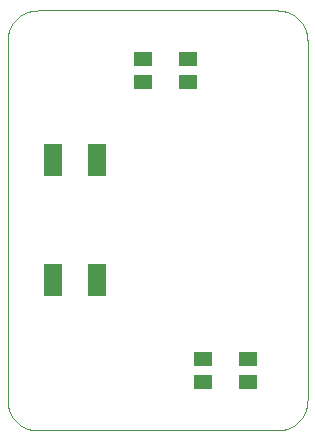
<source format=gbp>
G04 EAGLE Gerber X2 export*
%TF.Part,Single*%
%TF.FileFunction,Other,Solder paste bottom*%
%TF.FilePolarity,Positive*%
%TF.GenerationSoftware,Autodesk,EAGLE,9.0.0*%
%TF.CreationDate,2018-05-03T06:03:55Z*%
G75*
%MOMM*%
%FSLAX35Y35*%
%LPD*%
%AMOC8*
5,1,8,0,0,1.08239X$1,22.5*%
G01*
%ADD10C,0.000000*%
%ADD11R,1.500000X1.300000*%
%ADD12R,1.600000X2.800000*%


D10*
X349250Y3651250D02*
X2381250Y3651250D01*
X2635250Y3397250D02*
X2635250Y349250D01*
X2381250Y95250D02*
X349250Y95250D01*
X95250Y349250D02*
X95250Y3397250D01*
X95324Y3403388D01*
X95547Y3409522D01*
X95917Y3415648D01*
X96436Y3421765D01*
X97102Y3427866D01*
X97915Y3433950D01*
X98876Y3440013D01*
X99982Y3446050D01*
X101234Y3452059D01*
X102631Y3458036D01*
X104172Y3463978D01*
X105856Y3469880D01*
X107682Y3475740D01*
X109649Y3481555D01*
X111756Y3487320D01*
X114002Y3493032D01*
X116385Y3498689D01*
X118904Y3504286D01*
X121558Y3509821D01*
X124344Y3515290D01*
X127262Y3520690D01*
X130310Y3526018D01*
X133485Y3531271D01*
X136787Y3536445D01*
X140212Y3541538D01*
X143760Y3546547D01*
X147427Y3551469D01*
X151213Y3556301D01*
X155114Y3561040D01*
X159128Y3565683D01*
X163254Y3570228D01*
X167488Y3574672D01*
X171828Y3579012D01*
X176272Y3583246D01*
X180817Y3587372D01*
X185460Y3591386D01*
X190199Y3595287D01*
X195031Y3599073D01*
X199953Y3602740D01*
X204962Y3606288D01*
X210055Y3609713D01*
X215229Y3613015D01*
X220482Y3616190D01*
X225810Y3619238D01*
X231210Y3622156D01*
X236679Y3624942D01*
X242214Y3627596D01*
X247811Y3630115D01*
X253468Y3632498D01*
X259180Y3634744D01*
X264945Y3636851D01*
X270760Y3638818D01*
X276620Y3640644D01*
X282522Y3642328D01*
X288464Y3643869D01*
X294441Y3645266D01*
X300450Y3646518D01*
X306487Y3647624D01*
X312550Y3648585D01*
X318634Y3649398D01*
X324735Y3650064D01*
X330852Y3650583D01*
X336978Y3650953D01*
X343112Y3651176D01*
X349250Y3651250D01*
X2381250Y3651250D02*
X2387388Y3651176D01*
X2393522Y3650953D01*
X2399648Y3650583D01*
X2405765Y3650064D01*
X2411866Y3649398D01*
X2417950Y3648585D01*
X2424013Y3647624D01*
X2430050Y3646518D01*
X2436059Y3645266D01*
X2442036Y3643869D01*
X2447978Y3642328D01*
X2453880Y3640644D01*
X2459740Y3638818D01*
X2465555Y3636851D01*
X2471320Y3634744D01*
X2477032Y3632498D01*
X2482689Y3630115D01*
X2488286Y3627596D01*
X2493821Y3624942D01*
X2499290Y3622156D01*
X2504690Y3619238D01*
X2510018Y3616190D01*
X2515271Y3613015D01*
X2520445Y3609713D01*
X2525538Y3606288D01*
X2530547Y3602740D01*
X2535469Y3599073D01*
X2540301Y3595287D01*
X2545040Y3591386D01*
X2549683Y3587372D01*
X2554228Y3583246D01*
X2558672Y3579012D01*
X2563012Y3574672D01*
X2567246Y3570228D01*
X2571372Y3565683D01*
X2575386Y3561040D01*
X2579287Y3556301D01*
X2583073Y3551469D01*
X2586740Y3546547D01*
X2590288Y3541538D01*
X2593713Y3536445D01*
X2597015Y3531271D01*
X2600190Y3526018D01*
X2603238Y3520690D01*
X2606156Y3515290D01*
X2608942Y3509821D01*
X2611596Y3504286D01*
X2614115Y3498689D01*
X2616498Y3493032D01*
X2618744Y3487320D01*
X2620851Y3481555D01*
X2622818Y3475740D01*
X2624644Y3469880D01*
X2626328Y3463978D01*
X2627869Y3458036D01*
X2629266Y3452059D01*
X2630518Y3446050D01*
X2631624Y3440013D01*
X2632585Y3433950D01*
X2633398Y3427866D01*
X2634064Y3421765D01*
X2634583Y3415648D01*
X2634953Y3409522D01*
X2635176Y3403388D01*
X2635250Y3397250D01*
X95250Y349250D02*
X95324Y343112D01*
X95547Y336978D01*
X95917Y330852D01*
X96436Y324735D01*
X97102Y318634D01*
X97915Y312550D01*
X98876Y306487D01*
X99982Y300450D01*
X101234Y294441D01*
X102631Y288464D01*
X104172Y282522D01*
X105856Y276620D01*
X107682Y270760D01*
X109649Y264945D01*
X111756Y259180D01*
X114002Y253468D01*
X116385Y247811D01*
X118904Y242214D01*
X121558Y236679D01*
X124344Y231210D01*
X127262Y225810D01*
X130310Y220482D01*
X133485Y215229D01*
X136787Y210055D01*
X140212Y204962D01*
X143760Y199953D01*
X147427Y195031D01*
X151213Y190199D01*
X155114Y185460D01*
X159128Y180817D01*
X163254Y176272D01*
X167488Y171828D01*
X171828Y167488D01*
X176272Y163254D01*
X180817Y159128D01*
X185460Y155114D01*
X190199Y151213D01*
X195031Y147427D01*
X199953Y143760D01*
X204962Y140212D01*
X210055Y136787D01*
X215229Y133485D01*
X220482Y130310D01*
X225810Y127262D01*
X231210Y124344D01*
X236679Y121558D01*
X242214Y118904D01*
X247811Y116385D01*
X253468Y114002D01*
X259180Y111756D01*
X264945Y109649D01*
X270760Y107682D01*
X276620Y105856D01*
X282522Y104172D01*
X288464Y102631D01*
X294441Y101234D01*
X300450Y99982D01*
X306487Y98876D01*
X312550Y97915D01*
X318634Y97102D01*
X324735Y96436D01*
X330852Y95917D01*
X336978Y95547D01*
X343112Y95324D01*
X349250Y95250D01*
X2381250Y95250D02*
X2387388Y95324D01*
X2393522Y95547D01*
X2399648Y95917D01*
X2405765Y96436D01*
X2411866Y97102D01*
X2417950Y97915D01*
X2424013Y98876D01*
X2430050Y99982D01*
X2436059Y101234D01*
X2442036Y102631D01*
X2447978Y104172D01*
X2453880Y105856D01*
X2459740Y107682D01*
X2465555Y109649D01*
X2471320Y111756D01*
X2477032Y114002D01*
X2482689Y116385D01*
X2488286Y118904D01*
X2493821Y121558D01*
X2499290Y124344D01*
X2504690Y127262D01*
X2510018Y130310D01*
X2515271Y133485D01*
X2520445Y136787D01*
X2525538Y140212D01*
X2530547Y143760D01*
X2535469Y147427D01*
X2540301Y151213D01*
X2545040Y155114D01*
X2549683Y159128D01*
X2554228Y163254D01*
X2558672Y167488D01*
X2563012Y171828D01*
X2567246Y176272D01*
X2571372Y180817D01*
X2575386Y185460D01*
X2579287Y190199D01*
X2583073Y195031D01*
X2586740Y199953D01*
X2590288Y204962D01*
X2593713Y210055D01*
X2597015Y215229D01*
X2600190Y220482D01*
X2603238Y225810D01*
X2606156Y231210D01*
X2608942Y236679D01*
X2611596Y242214D01*
X2614115Y247811D01*
X2616498Y253468D01*
X2618744Y259180D01*
X2620851Y264945D01*
X2622818Y270760D01*
X2624644Y276620D01*
X2626328Y282522D01*
X2627869Y288464D01*
X2629266Y294441D01*
X2630518Y300450D01*
X2631624Y306487D01*
X2632585Y312550D01*
X2633398Y318634D01*
X2634064Y324735D01*
X2634583Y330852D01*
X2634953Y336978D01*
X2635176Y343112D01*
X2635250Y349250D01*
D11*
X1746250Y698250D03*
X1746250Y508250D03*
X2127250Y698250D03*
X2127250Y508250D03*
X1619250Y3048250D03*
X1619250Y3238250D03*
X1238250Y3048250D03*
X1238250Y3238250D03*
D12*
X476750Y2381250D03*
X856750Y2381250D03*
X476750Y1365250D03*
X856750Y1365250D03*
M02*

</source>
